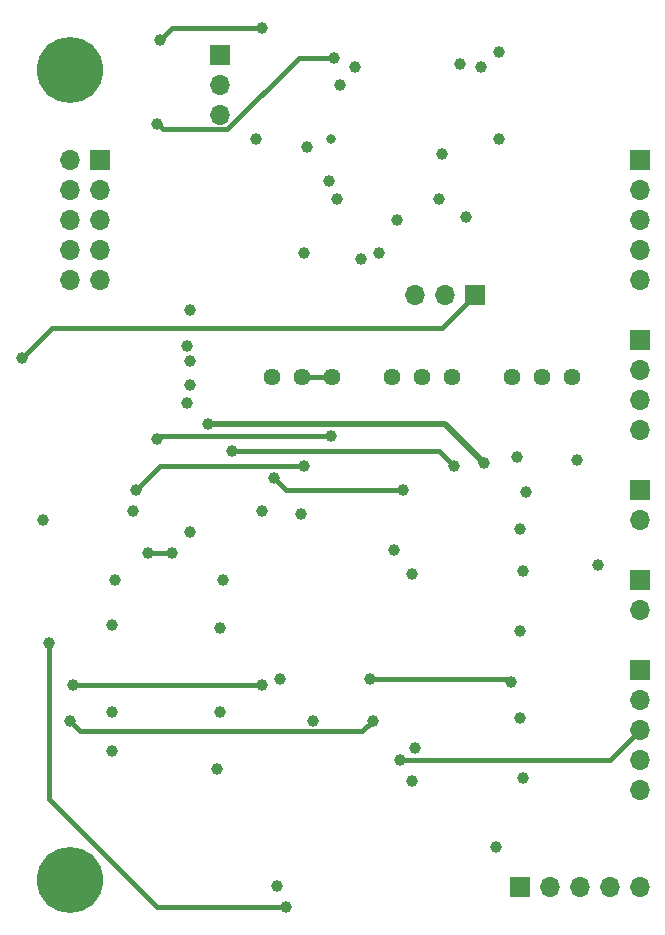
<source format=gbl>
G04 #@! TF.GenerationSoftware,KiCad,Pcbnew,5.1.12-84ad8e8a86~92~ubuntu20.04.1*
G04 #@! TF.CreationDate,2021-12-24T11:38:52-05:00*
G04 #@! TF.ProjectId,SSI2130_VCO,53534932-3133-4305-9f56-434f2e6b6963,0*
G04 #@! TF.SameCoordinates,Original*
G04 #@! TF.FileFunction,Copper,L4,Bot*
G04 #@! TF.FilePolarity,Positive*
%FSLAX46Y46*%
G04 Gerber Fmt 4.6, Leading zero omitted, Abs format (unit mm)*
G04 Created by KiCad (PCBNEW 5.1.12-84ad8e8a86~92~ubuntu20.04.1) date 2021-12-24 11:38:52*
%MOMM*%
%LPD*%
G01*
G04 APERTURE LIST*
G04 #@! TA.AperFunction,ComponentPad*
%ADD10C,1.440000*%
G04 #@! TD*
G04 #@! TA.AperFunction,ComponentPad*
%ADD11O,1.700000X1.700000*%
G04 #@! TD*
G04 #@! TA.AperFunction,ComponentPad*
%ADD12R,1.700000X1.700000*%
G04 #@! TD*
G04 #@! TA.AperFunction,ComponentPad*
%ADD13C,5.600000*%
G04 #@! TD*
G04 #@! TA.AperFunction,ViaPad*
%ADD14C,1.000000*%
G04 #@! TD*
G04 #@! TA.AperFunction,ViaPad*
%ADD15C,0.800000*%
G04 #@! TD*
G04 #@! TA.AperFunction,Conductor*
%ADD16C,0.400000*%
G04 #@! TD*
G04 #@! TA.AperFunction,Conductor*
%ADD17C,0.500000*%
G04 #@! TD*
G04 APERTURE END LIST*
D10*
X47625000Y-56515000D03*
X50165000Y-56515000D03*
X52705000Y-56515000D03*
X57785000Y-56515000D03*
X60325000Y-56515000D03*
X62865000Y-56515000D03*
X67945000Y-56515000D03*
X70485000Y-56515000D03*
X73025000Y-56515000D03*
D11*
X59690000Y-49530000D03*
X62230000Y-49530000D03*
D12*
X64770000Y-49530000D03*
D11*
X43180000Y-34290000D03*
X43180000Y-31750000D03*
D12*
X43180000Y-29210000D03*
D11*
X78740000Y-99695000D03*
X76200000Y-99695000D03*
X73660000Y-99695000D03*
X71120000Y-99695000D03*
D12*
X68580000Y-99695000D03*
D11*
X30480000Y-48260000D03*
X33020000Y-48260000D03*
X30480000Y-45720000D03*
X33020000Y-45720000D03*
X30480000Y-43180000D03*
X33020000Y-43180000D03*
X30480000Y-40640000D03*
X33020000Y-40640000D03*
X30480000Y-38100000D03*
D12*
X33020000Y-38100000D03*
D11*
X78740000Y-91440000D03*
X78740000Y-88900000D03*
X78740000Y-86360000D03*
X78740000Y-83820000D03*
D12*
X78740000Y-81280000D03*
D11*
X78740000Y-76200000D03*
D12*
X78740000Y-73660000D03*
D11*
X78740000Y-68580000D03*
D12*
X78740000Y-66040000D03*
D11*
X78740000Y-60960000D03*
X78740000Y-58420000D03*
X78740000Y-55880000D03*
D12*
X78740000Y-53340000D03*
D11*
X78740000Y-48260000D03*
X78740000Y-45720000D03*
X78740000Y-43180000D03*
X78740000Y-40640000D03*
D12*
X78740000Y-38100000D03*
D13*
X30480000Y-99060000D03*
X30480000Y-30480000D03*
D14*
X55880000Y-82042000D03*
X67818000Y-82296000D03*
X66548000Y-96266000D03*
X61722000Y-41402000D03*
X40386000Y-53848000D03*
X40640000Y-55118000D03*
X40640000Y-57150000D03*
X40386000Y-58674000D03*
X35814000Y-67818000D03*
X40640000Y-69596000D03*
X28194000Y-68580000D03*
X46736000Y-67818000D03*
X34290000Y-73660000D03*
X43434000Y-73660000D03*
X34036000Y-84836000D03*
X43180000Y-84836000D03*
X42926000Y-89662000D03*
X34036000Y-88138000D03*
X59436000Y-90678000D03*
X68834000Y-90424000D03*
X68580000Y-85344000D03*
X59690000Y-87884000D03*
X68834000Y-72898000D03*
X59436000Y-73152000D03*
X57912000Y-71120000D03*
X68580000Y-77978000D03*
X68580000Y-69342000D03*
X73406000Y-63500000D03*
X54610000Y-30226000D03*
X53340000Y-31750000D03*
X65278000Y-30226000D03*
X66802000Y-36322000D03*
X56642000Y-45974000D03*
X64008000Y-42926000D03*
X50292000Y-45974000D03*
X46228000Y-36322000D03*
X43180000Y-77724000D03*
X34036000Y-77470000D03*
X50546000Y-37033693D03*
X66802000Y-28956000D03*
X52578000Y-61468000D03*
X55118000Y-46482000D03*
X37846000Y-61722000D03*
X37846000Y-35052000D03*
X52832000Y-29464000D03*
X40640000Y-50800000D03*
X63500000Y-29972000D03*
X39116000Y-71374000D03*
X37084000Y-71374000D03*
X44196000Y-62738000D03*
X62992000Y-64008000D03*
X42164000Y-60452000D03*
X65532000Y-63765000D03*
X75184000Y-72390000D03*
X52462000Y-39878000D03*
X36068000Y-66040000D03*
X50292000Y-64008000D03*
X58420000Y-88900000D03*
X30734000Y-82550000D03*
X46736000Y-82550000D03*
X46736000Y-26924000D03*
X38100000Y-27940000D03*
X48768000Y-101346000D03*
X28702000Y-78994000D03*
X48006000Y-99568000D03*
X48260000Y-82042000D03*
X51054000Y-85597998D03*
X26416000Y-54864000D03*
X68326000Y-63246000D03*
X69108428Y-66266126D03*
X50038000Y-68072000D03*
X53085994Y-41402000D03*
X30480000Y-85598000D03*
X56145000Y-85598000D03*
X58166000Y-43180000D03*
X61976000Y-37592000D03*
X47752000Y-65024000D03*
X58674000Y-66040000D03*
D15*
X52578000Y-36322000D03*
D16*
X67564000Y-82042000D02*
X67818000Y-82296000D01*
X55880000Y-82042000D02*
X67564000Y-82042000D01*
X52578000Y-61468000D02*
X38100000Y-61468000D01*
X38100000Y-61468000D02*
X37846000Y-61722000D01*
X49856002Y-29464000D02*
X52832000Y-29464000D01*
X43780001Y-35540001D02*
X49856002Y-29464000D01*
X38334001Y-35540001D02*
X43780001Y-35540001D01*
X37846000Y-35052000D02*
X38334001Y-35540001D01*
X39116000Y-71374000D02*
X37084000Y-71374000D01*
X61722000Y-62738000D02*
X62992000Y-64008000D01*
X44196000Y-62738000D02*
X61722000Y-62738000D01*
D17*
X62219000Y-60452000D02*
X65532000Y-63765000D01*
X42164000Y-60452000D02*
X62219000Y-60452000D01*
D16*
X50165000Y-56515000D02*
X52705000Y-56515000D01*
X38100000Y-64008000D02*
X50292000Y-64008000D01*
X36068000Y-66040000D02*
X38100000Y-64008000D01*
X76200000Y-88900000D02*
X78740000Y-86360000D01*
X58420000Y-88900000D02*
X76200000Y-88900000D01*
X30734000Y-82550000D02*
X46736000Y-82550000D01*
X39116000Y-26924000D02*
X38100000Y-27940000D01*
X46736000Y-26924000D02*
X39116000Y-26924000D01*
X28702000Y-92202000D02*
X28702000Y-78994000D01*
X37846000Y-101346000D02*
X28702000Y-92202000D01*
X48768000Y-101346000D02*
X37846000Y-101346000D01*
X64770000Y-49530000D02*
X61976000Y-52324000D01*
X28956000Y-52324000D02*
X26416000Y-54864000D01*
X61976000Y-52324000D02*
X28956000Y-52324000D01*
X55245001Y-86497999D02*
X56145000Y-85598000D01*
X31379999Y-86497999D02*
X55245001Y-86497999D01*
X30480000Y-85598000D02*
X31379999Y-86497999D01*
X48768000Y-66040000D02*
X58674000Y-66040000D01*
X47752000Y-65024000D02*
X48768000Y-66040000D01*
M02*

</source>
